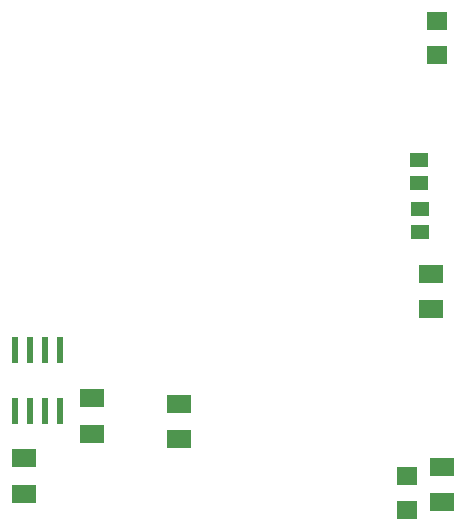
<source format=gtp>
G75*
%MOIN*%
%OFA0B0*%
%FSLAX25Y25*%
%IPPOS*%
%LPD*%
%AMOC8*
5,1,8,0,0,1.08239X$1,22.5*
%
%ADD10R,0.07874X0.05906*%
%ADD11R,0.02362X0.08661*%
%ADD12R,0.07098X0.06299*%
%ADD13R,0.06299X0.05118*%
D10*
X0169424Y0104537D03*
X0169424Y0116348D03*
X0192300Y0124507D03*
X0192300Y0136318D03*
X0221183Y0134574D03*
X0221183Y0122763D03*
X0305082Y0166008D03*
X0305082Y0177819D03*
X0308911Y0113531D03*
X0308911Y0101720D03*
D11*
X0181449Y0132159D03*
X0176449Y0132159D03*
X0171449Y0132159D03*
X0166449Y0132159D03*
X0166449Y0152632D03*
X0171449Y0152632D03*
X0176449Y0152632D03*
X0181449Y0152632D03*
D12*
X0297333Y0110387D03*
X0297333Y0099191D03*
X0307165Y0250789D03*
X0307165Y0261985D03*
D13*
X0301242Y0215857D03*
X0301242Y0207983D03*
X0301473Y0199610D03*
X0301473Y0191736D03*
M02*

</source>
